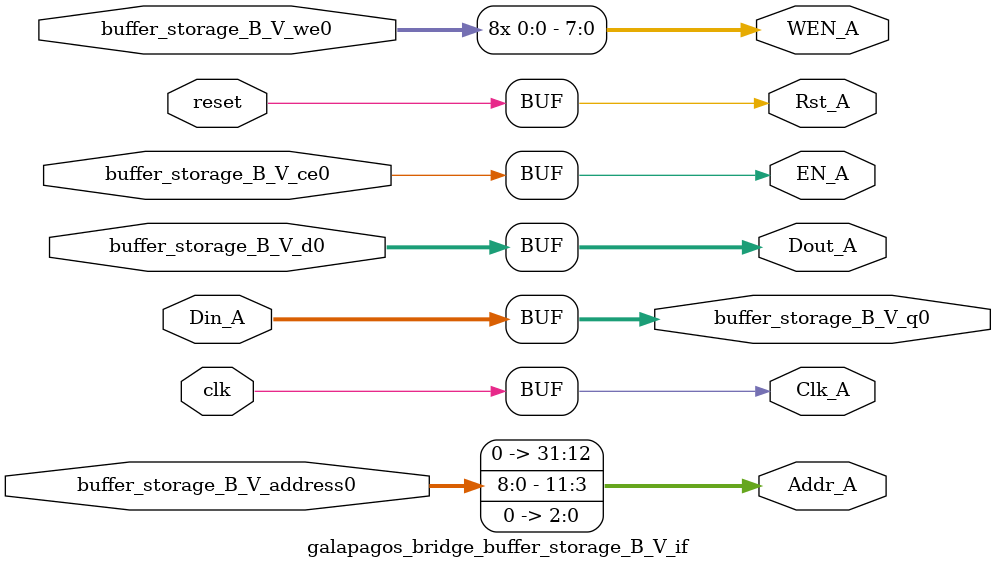
<source format=v>


`timescale 1ns/1ps

module galapagos_bridge_buffer_storage_B_V_if (
    // system singals
    input  wire        clk,
    input  wire        reset,
    // user signals
    input  wire [8:0]  buffer_storage_B_V_address0,
    input  wire        buffer_storage_B_V_ce0,
    input  wire [63:0] buffer_storage_B_V_d0,
    output wire [63:0] buffer_storage_B_V_q0,
    input  wire        buffer_storage_B_V_we0,
    // bus signals
    output wire        Clk_A,
    output wire        Rst_A,
    output wire        EN_A,
    output wire [7:0]  WEN_A,
    output wire [31:0] Addr_A,
    output wire [63:0] Dout_A,
    input  wire [63:0] Din_A
);
//------------------------Body---------------------------
assign Clk_A                 = clk;
assign Rst_A                 = reset;
assign EN_A                  = buffer_storage_B_V_ce0;
assign Addr_A                = {buffer_storage_B_V_address0, 3'b0};
assign WEN_A                 = {8{buffer_storage_B_V_we0}};
assign Dout_A                = buffer_storage_B_V_d0;
assign buffer_storage_B_V_q0 = Din_A[63:0];

endmodule

</source>
